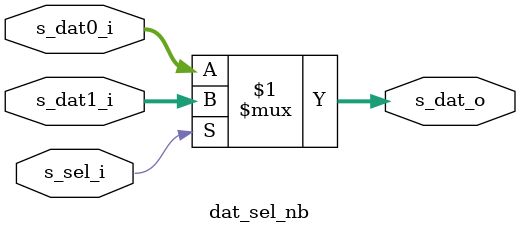
<source format=v>
module dat_sel_nb #(
    parameter	DW	=	2
)(
    input		[DW:0]	s_dat0_i,
    input		[DW:0]	s_dat1_i,
    input      s_sel_i        ,
    output		[DW:0]	s_dat_o
);
    assign		s_dat_o = s_sel_i?s_dat1_i:s_dat0_i;
endmodule
</source>
